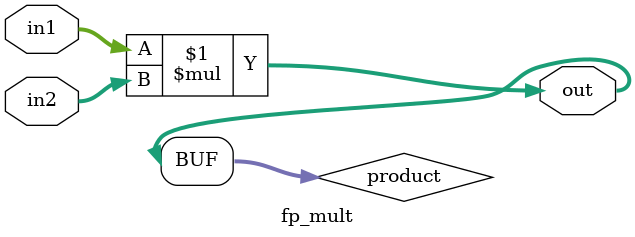
<source format=v>
`timescale 1ns / 1ps


module fp_mult #(parameter WI1 = 4, WF1 = 16, WI2 = 4, WF2 = 16, WIO = WI1+WI2, WFO = WF1+WF2)
                    (input signed [WI1+WF1-1:0] in1,
                     input signed [WI2+WF2-1:0] in2,
                     output reg signed [WIO+WFO-1:0] out
                    );
    localparam integer signed SHIFT = (WF1+WF2)-WFO;
    wire signed [WI1+WF1 + WI2+WF2 -1:0] product = in1*in2;
    always @* begin
        //If the two fractional widths are greater than the output width shift right by the difference
        if(SHIFT > 0) out = product >>> SHIFT;
        //If the two fractional widths are less than the output width shift left by the difference
        else if (SHIFT < 0) out = product <<< (-SHIFT);
        //If fractional widths are the same as output width keep the same
        else out = product;
    end

endmodule

</source>
